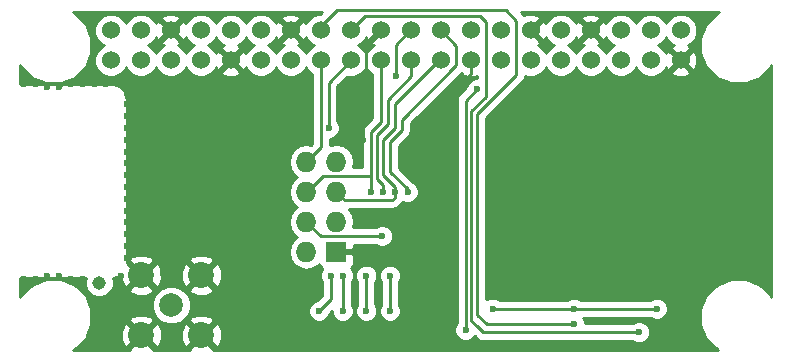
<source format=gbl>
G04 #@! TF.FileFunction,Copper,L2,Bot,Signal*
%FSLAX46Y46*%
G04 Gerber Fmt 4.6, Leading zero omitted, Abs format (unit mm)*
G04 Created by KiCad (PCBNEW 4.0.6) date 08/30/17 10:54:11*
%MOMM*%
%LPD*%
G01*
G04 APERTURE LIST*
%ADD10C,0.100000*%
%ADD11C,1.524000*%
%ADD12O,1.727200X1.727200*%
%ADD13R,1.727200X1.727200*%
%ADD14C,2.200000*%
%ADD15C,2.000000*%
%ADD16C,1.143000*%
%ADD17C,0.600000*%
%ADD18C,0.250000*%
%ADD19C,0.254000*%
G04 APERTURE END LIST*
D10*
D11*
X124371100Y-106273600D03*
X124371100Y-103733600D03*
X126911100Y-106273600D03*
X126911100Y-103733600D03*
X129451100Y-106273600D03*
X129451100Y-103733600D03*
X131991100Y-106273600D03*
X131991100Y-103733600D03*
X134531100Y-106273600D03*
X134531100Y-103733600D03*
X137071100Y-106273600D03*
X137071100Y-103733600D03*
X139611100Y-106273600D03*
X139611100Y-103733600D03*
X142151100Y-106273600D03*
X142151100Y-103733600D03*
X144691100Y-106273600D03*
X144691100Y-103733600D03*
X147231100Y-106273600D03*
X147231100Y-103733600D03*
X149771100Y-106273600D03*
X149771100Y-103733600D03*
X152311100Y-106273600D03*
X152311100Y-103733600D03*
X154851100Y-106273600D03*
X154851100Y-103733600D03*
X157391100Y-106273600D03*
X157391100Y-103733600D03*
X159931100Y-106273600D03*
X159931100Y-103733600D03*
X162471100Y-106273600D03*
X162471100Y-103733600D03*
X165011100Y-106273600D03*
X165011100Y-103733600D03*
X167551100Y-106273600D03*
X167551100Y-103733600D03*
X170091100Y-106273600D03*
X170091100Y-103733600D03*
X172631100Y-106273600D03*
X172631100Y-103733600D03*
D12*
X143476000Y-114856000D03*
X140936000Y-114856000D03*
X143476000Y-117396000D03*
X140936000Y-117396000D03*
X143476000Y-119936000D03*
X140936000Y-119936000D03*
D13*
X143476000Y-122476000D03*
D12*
X140936000Y-122476000D03*
D14*
X126960000Y-129540000D03*
X126960000Y-124460000D03*
X132040000Y-124460000D03*
X132040000Y-129540000D03*
D15*
X129500000Y-127000000D03*
D16*
X123400000Y-125100000D03*
D17*
X120000000Y-124500000D03*
X119000000Y-124500000D03*
X125250000Y-124500000D03*
X120000000Y-108500000D03*
X119000000Y-108500000D03*
X134500000Y-124750000D03*
X135750000Y-124750000D03*
X137000000Y-124750000D03*
X138250000Y-125250000D03*
X139000000Y-126250000D03*
X130250000Y-124250000D03*
X129500000Y-124250000D03*
X128750000Y-124250000D03*
X122000000Y-124750000D03*
X121000000Y-124750000D03*
X117000000Y-124750000D03*
X118000000Y-124750000D03*
X125750000Y-123000000D03*
X125750000Y-122000000D03*
X125750000Y-121000000D03*
X125750000Y-120000000D03*
X125750000Y-119000000D03*
X125750000Y-118000000D03*
X125750000Y-117000000D03*
X125750000Y-116000000D03*
X125750000Y-115000000D03*
X125750000Y-114000000D03*
X125750000Y-113000000D03*
X125750000Y-112000000D03*
X125750000Y-111000000D03*
X125750000Y-110000000D03*
X125750000Y-109000000D03*
X125000000Y-108250000D03*
X124000000Y-108250000D03*
X123000000Y-108250000D03*
X122000000Y-108250000D03*
X121000000Y-108250000D03*
X118000000Y-108250000D03*
X117000000Y-108250000D03*
X134620000Y-127635000D03*
X134620000Y-128905000D03*
X134620000Y-130175000D03*
X155400000Y-108700000D03*
X154400000Y-129100000D03*
X163600000Y-128600000D03*
X169100000Y-129300000D03*
X145700000Y-113000000D03*
X142800000Y-112000000D03*
X170600000Y-127300000D03*
X163600000Y-127300000D03*
X156700000Y-127300000D03*
X146000000Y-127500000D03*
X146000000Y-124500000D03*
X146400000Y-117400000D03*
X144000000Y-127500000D03*
X147400000Y-117400000D03*
X144000000Y-124500000D03*
X148500000Y-107600000D03*
X142000000Y-127500000D03*
X143000000Y-124500000D03*
X148400000Y-117400000D03*
X148000000Y-127500000D03*
X149500000Y-117400000D03*
X148000000Y-124500000D03*
X147350000Y-121150000D03*
D18*
X120000000Y-124500000D02*
X120000000Y-124750000D01*
X120000000Y-108500000D02*
X120250000Y-108250000D01*
X119000000Y-108500000D02*
X118750000Y-108250000D01*
X154400000Y-109700000D02*
X155400000Y-108700000D01*
X154400000Y-129100000D02*
X154400000Y-109700000D01*
X156200000Y-128600000D02*
X155400000Y-127800000D01*
X158700000Y-107500000D02*
X158700000Y-105000000D01*
X155400000Y-110800000D02*
X158700000Y-107500000D01*
X155400000Y-127800000D02*
X155400000Y-110800000D01*
X142151100Y-103733600D02*
X142151100Y-103348900D01*
X142151100Y-103348900D02*
X143500000Y-102000000D01*
X158700000Y-102900000D02*
X158700000Y-105000000D01*
X157800000Y-102000000D02*
X158700000Y-102900000D01*
X143500000Y-102000000D02*
X157800000Y-102000000D01*
X156200000Y-128600000D02*
X163600000Y-128600000D01*
X155400000Y-128800000D02*
X154900000Y-128300000D01*
X156100000Y-109400000D02*
X156100000Y-106900000D01*
X154900000Y-110600000D02*
X156100000Y-109400000D01*
X154900000Y-128300000D02*
X154900000Y-110600000D01*
X156100000Y-106500000D02*
X156100000Y-106300000D01*
X156100000Y-106900000D02*
X156100000Y-106500000D01*
X155400000Y-128800000D02*
X155900000Y-129300000D01*
X157200000Y-129300000D02*
X155900000Y-129300000D01*
X157200000Y-129300000D02*
X169100000Y-129300000D01*
X144691100Y-103733600D02*
X144691100Y-103708900D01*
X144691100Y-103708900D02*
X145900000Y-102500000D01*
X156100000Y-103000000D02*
X156100000Y-106300000D01*
X155600000Y-102500000D02*
X156100000Y-103000000D01*
X145900000Y-102500000D02*
X155600000Y-102500000D01*
X147231100Y-103733600D02*
X147231100Y-103868900D01*
X147231100Y-103868900D02*
X146000000Y-105100000D01*
X146000000Y-105100000D02*
X146000000Y-111300000D01*
X146000000Y-111300000D02*
X145700000Y-111600000D01*
X145700000Y-111600000D02*
X145700000Y-113000000D01*
X153700000Y-112900000D02*
X153700000Y-113900000D01*
X153700000Y-113900000D02*
X153100000Y-114500000D01*
X153700000Y-112400000D02*
X153700000Y-112900000D01*
X154851100Y-107448900D02*
X153700000Y-108600000D01*
X153700000Y-108600000D02*
X153700000Y-112400000D01*
X154851100Y-107448900D02*
X154851100Y-106273600D01*
X142151100Y-106273600D02*
X142151100Y-113640900D01*
X142151100Y-113640900D02*
X140936000Y-114856000D01*
X142800000Y-112000000D02*
X142800000Y-108164700D01*
X142800000Y-108164700D02*
X144691100Y-106273600D01*
X163600000Y-127300000D02*
X170600000Y-127300000D01*
X156700000Y-127300000D02*
X163600000Y-127300000D01*
X146000000Y-124500000D02*
X146000000Y-127500000D01*
X147231100Y-106273600D02*
X147231100Y-111468900D01*
X146400000Y-112300000D02*
X146400000Y-114000000D01*
X147231100Y-111468900D02*
X146400000Y-112300000D01*
X140936000Y-117396000D02*
X141004000Y-117396000D01*
X141004000Y-117396000D02*
X142300000Y-116100000D01*
X142300000Y-116100000D02*
X146400000Y-116100000D01*
X146400000Y-117400000D02*
X146400000Y-116100000D01*
X146400000Y-116100000D02*
X146400000Y-114000000D01*
X144000000Y-124500000D02*
X144000000Y-127500000D01*
X149771100Y-106273600D02*
X149771100Y-107628900D01*
X146900000Y-112600000D02*
X146900000Y-114000000D01*
X147800000Y-111700000D02*
X146900000Y-112600000D01*
X147800000Y-109600000D02*
X147800000Y-111700000D01*
X149771100Y-107628900D02*
X147800000Y-109600000D01*
X147400000Y-116849998D02*
X146900000Y-116349998D01*
X146900000Y-116349998D02*
X146900000Y-114000000D01*
X147400000Y-117400000D02*
X147400000Y-116849998D01*
X149771100Y-103733600D02*
X149716400Y-103733600D01*
X149716400Y-103733600D02*
X148500000Y-104950000D01*
X148500000Y-104950000D02*
X148500000Y-107600000D01*
X143000000Y-126300000D02*
X143000000Y-126500000D01*
X143000000Y-126500000D02*
X142000000Y-127500000D01*
X152311100Y-106273600D02*
X152126400Y-106273600D01*
X152126400Y-106273600D02*
X148400000Y-110000000D01*
X147400000Y-113000000D02*
X147400000Y-114700000D01*
X148400000Y-112000000D02*
X147400000Y-113000000D01*
X148400000Y-110000000D02*
X148400000Y-112000000D01*
X148400000Y-117400000D02*
X148400000Y-117900000D01*
X144180000Y-118100000D02*
X143476000Y-117396000D01*
X148200000Y-118100000D02*
X144180000Y-118100000D01*
X148400000Y-117900000D02*
X148200000Y-118100000D01*
X148400000Y-117400000D02*
X148400000Y-117000000D01*
X147400000Y-116000000D02*
X147400000Y-114700000D01*
X148400000Y-117000000D02*
X147400000Y-116000000D01*
X143000000Y-126300000D02*
X143000000Y-125600000D01*
X143000000Y-124500000D02*
X143000000Y-125600000D01*
X153600000Y-106300000D02*
X153600000Y-106700000D01*
X148000000Y-113200000D02*
X148000000Y-114800000D01*
X149000000Y-112200000D02*
X148000000Y-113200000D01*
X149000000Y-111300000D02*
X149000000Y-112200000D01*
X153600000Y-106700000D02*
X149000000Y-111300000D01*
X148000000Y-124500000D02*
X148000000Y-127500000D01*
X149500000Y-117400000D02*
X149500000Y-117200000D01*
X149500000Y-117200000D02*
X148000000Y-115700000D01*
X148000000Y-115700000D02*
X148000000Y-114800000D01*
X153600000Y-105022500D02*
X152311100Y-103733600D01*
X153600000Y-106300000D02*
X153600000Y-105022500D01*
X140936000Y-119936000D02*
X142150000Y-121150000D01*
X144500000Y-121150000D02*
X147350000Y-121150000D01*
X142150000Y-121150000D02*
X144500000Y-121150000D01*
D19*
G36*
X142088653Y-102336545D02*
X141874439Y-102336358D01*
X141360797Y-102548590D01*
X140967471Y-102941230D01*
X140887705Y-103133327D01*
X140833497Y-103002457D01*
X140591313Y-102932992D01*
X139790705Y-103733600D01*
X140591313Y-104534208D01*
X140833497Y-104464743D01*
X140883609Y-104324282D01*
X140966090Y-104523903D01*
X141358730Y-104917229D01*
X141566612Y-105003549D01*
X141360797Y-105088590D01*
X140967471Y-105481230D01*
X140881151Y-105689112D01*
X140796110Y-105483297D01*
X140403470Y-105089971D01*
X140211373Y-105010205D01*
X140342243Y-104955997D01*
X140411708Y-104713813D01*
X139611100Y-103913205D01*
X138810492Y-104713813D01*
X138879957Y-104955997D01*
X139020418Y-105006109D01*
X138820797Y-105088590D01*
X138427471Y-105481230D01*
X138341151Y-105689112D01*
X138256110Y-105483297D01*
X137863470Y-105089971D01*
X137655588Y-105003651D01*
X137861403Y-104918610D01*
X138254729Y-104525970D01*
X138334495Y-104333873D01*
X138388703Y-104464743D01*
X138630887Y-104534208D01*
X139431495Y-103733600D01*
X138630887Y-102932992D01*
X138388703Y-103002457D01*
X138338591Y-103142918D01*
X138256110Y-102943297D01*
X138066532Y-102753387D01*
X138810492Y-102753387D01*
X139611100Y-103553995D01*
X140411708Y-102753387D01*
X140342243Y-102511203D01*
X139818798Y-102324456D01*
X139263732Y-102352238D01*
X138879957Y-102511203D01*
X138810492Y-102753387D01*
X138066532Y-102753387D01*
X137863470Y-102549971D01*
X137350200Y-102336843D01*
X136794439Y-102336358D01*
X136280797Y-102548590D01*
X135887471Y-102941230D01*
X135801151Y-103149112D01*
X135716110Y-102943297D01*
X135323470Y-102549971D01*
X134810200Y-102336843D01*
X134254439Y-102336358D01*
X133740797Y-102548590D01*
X133347471Y-102941230D01*
X133261151Y-103149112D01*
X133176110Y-102943297D01*
X132783470Y-102549971D01*
X132270200Y-102336843D01*
X131714439Y-102336358D01*
X131200797Y-102548590D01*
X130807471Y-102941230D01*
X130727705Y-103133327D01*
X130673497Y-103002457D01*
X130431313Y-102932992D01*
X129630705Y-103733600D01*
X130431313Y-104534208D01*
X130673497Y-104464743D01*
X130723609Y-104324282D01*
X130806090Y-104523903D01*
X131198730Y-104917229D01*
X131406612Y-105003549D01*
X131200797Y-105088590D01*
X130807471Y-105481230D01*
X130721151Y-105689112D01*
X130636110Y-105483297D01*
X130243470Y-105089971D01*
X130051373Y-105010205D01*
X130182243Y-104955997D01*
X130251708Y-104713813D01*
X129451100Y-103913205D01*
X128650492Y-104713813D01*
X128719957Y-104955997D01*
X128860418Y-105006109D01*
X128660797Y-105088590D01*
X128267471Y-105481230D01*
X128181151Y-105689112D01*
X128096110Y-105483297D01*
X127703470Y-105089971D01*
X127495588Y-105003651D01*
X127701403Y-104918610D01*
X128094729Y-104525970D01*
X128174495Y-104333873D01*
X128228703Y-104464743D01*
X128470887Y-104534208D01*
X129271495Y-103733600D01*
X128470887Y-102932992D01*
X128228703Y-103002457D01*
X128178591Y-103142918D01*
X128096110Y-102943297D01*
X127906532Y-102753387D01*
X128650492Y-102753387D01*
X129451100Y-103553995D01*
X130251708Y-102753387D01*
X130182243Y-102511203D01*
X129658798Y-102324456D01*
X129103732Y-102352238D01*
X128719957Y-102511203D01*
X128650492Y-102753387D01*
X127906532Y-102753387D01*
X127703470Y-102549971D01*
X127190200Y-102336843D01*
X126634439Y-102336358D01*
X126120797Y-102548590D01*
X125727471Y-102941230D01*
X125641151Y-103149112D01*
X125556110Y-102943297D01*
X125163470Y-102549971D01*
X124650200Y-102336843D01*
X124094439Y-102336358D01*
X123580797Y-102548590D01*
X123187471Y-102941230D01*
X122974343Y-103454500D01*
X122973858Y-104010261D01*
X123186090Y-104523903D01*
X123578730Y-104917229D01*
X123786612Y-105003549D01*
X123580797Y-105088590D01*
X123187471Y-105481230D01*
X122974343Y-105994500D01*
X122973858Y-106550261D01*
X123186090Y-107063903D01*
X123578730Y-107457229D01*
X124092000Y-107670357D01*
X124647761Y-107670842D01*
X125161403Y-107458610D01*
X125554729Y-107065970D01*
X125641049Y-106858088D01*
X125726090Y-107063903D01*
X126118730Y-107457229D01*
X126632000Y-107670357D01*
X127187761Y-107670842D01*
X127701403Y-107458610D01*
X128094729Y-107065970D01*
X128181049Y-106858088D01*
X128266090Y-107063903D01*
X128658730Y-107457229D01*
X129172000Y-107670357D01*
X129727761Y-107670842D01*
X130241403Y-107458610D01*
X130634729Y-107065970D01*
X130721049Y-106858088D01*
X130806090Y-107063903D01*
X131198730Y-107457229D01*
X131712000Y-107670357D01*
X132267761Y-107670842D01*
X132781403Y-107458610D01*
X132986557Y-107253813D01*
X133730492Y-107253813D01*
X133799957Y-107495997D01*
X134323402Y-107682744D01*
X134878468Y-107654962D01*
X135262243Y-107495997D01*
X135331708Y-107253813D01*
X134531100Y-106453205D01*
X133730492Y-107253813D01*
X132986557Y-107253813D01*
X133174729Y-107065970D01*
X133254495Y-106873873D01*
X133308703Y-107004743D01*
X133550887Y-107074208D01*
X134351495Y-106273600D01*
X133550887Y-105472992D01*
X133308703Y-105542457D01*
X133258591Y-105682918D01*
X133176110Y-105483297D01*
X132783470Y-105089971D01*
X132575588Y-105003651D01*
X132781403Y-104918610D01*
X133174729Y-104525970D01*
X133261049Y-104318088D01*
X133346090Y-104523903D01*
X133738730Y-104917229D01*
X133930827Y-104996995D01*
X133799957Y-105051203D01*
X133730492Y-105293387D01*
X134531100Y-106093995D01*
X135331708Y-105293387D01*
X135262243Y-105051203D01*
X135121782Y-105001091D01*
X135321403Y-104918610D01*
X135714729Y-104525970D01*
X135801049Y-104318088D01*
X135886090Y-104523903D01*
X136278730Y-104917229D01*
X136486612Y-105003549D01*
X136280797Y-105088590D01*
X135887471Y-105481230D01*
X135807705Y-105673327D01*
X135753497Y-105542457D01*
X135511313Y-105472992D01*
X134710705Y-106273600D01*
X135511313Y-107074208D01*
X135753497Y-107004743D01*
X135803609Y-106864282D01*
X135886090Y-107063903D01*
X136278730Y-107457229D01*
X136792000Y-107670357D01*
X137347761Y-107670842D01*
X137861403Y-107458610D01*
X138254729Y-107065970D01*
X138341049Y-106858088D01*
X138426090Y-107063903D01*
X138818730Y-107457229D01*
X139332000Y-107670357D01*
X139887761Y-107670842D01*
X140401403Y-107458610D01*
X140794729Y-107065970D01*
X140881049Y-106858088D01*
X140966090Y-107063903D01*
X141358730Y-107457229D01*
X141391100Y-107470670D01*
X141391100Y-113326098D01*
X141313973Y-113403225D01*
X140936000Y-113328041D01*
X140362511Y-113442115D01*
X139876330Y-113766971D01*
X139551474Y-114253152D01*
X139437400Y-114826641D01*
X139437400Y-114885359D01*
X139551474Y-115458848D01*
X139876330Y-115945029D01*
X140147172Y-116126000D01*
X139876330Y-116306971D01*
X139551474Y-116793152D01*
X139437400Y-117366641D01*
X139437400Y-117425359D01*
X139551474Y-117998848D01*
X139876330Y-118485029D01*
X140147172Y-118666000D01*
X139876330Y-118846971D01*
X139551474Y-119333152D01*
X139437400Y-119906641D01*
X139437400Y-119965359D01*
X139551474Y-120538848D01*
X139876330Y-121025029D01*
X140147172Y-121206000D01*
X139876330Y-121386971D01*
X139551474Y-121873152D01*
X139437400Y-122446641D01*
X139437400Y-122505359D01*
X139551474Y-123078848D01*
X139876330Y-123565029D01*
X140362511Y-123889885D01*
X140936000Y-124003959D01*
X141509489Y-123889885D01*
X141995670Y-123565029D01*
X142009737Y-123543977D01*
X142074073Y-123699298D01*
X142252701Y-123877927D01*
X142285927Y-123891690D01*
X142207808Y-123969673D01*
X142065162Y-124313201D01*
X142064838Y-124685167D01*
X142206883Y-125028943D01*
X142240000Y-125062118D01*
X142240000Y-126185198D01*
X141860320Y-126564878D01*
X141814833Y-126564838D01*
X141471057Y-126706883D01*
X141207808Y-126969673D01*
X141065162Y-127313201D01*
X141064838Y-127685167D01*
X141206883Y-128028943D01*
X141469673Y-128292192D01*
X141813201Y-128434838D01*
X142185167Y-128435162D01*
X142528943Y-128293117D01*
X142792192Y-128030327D01*
X142934838Y-127686799D01*
X142934879Y-127639923D01*
X143064991Y-127509811D01*
X143064838Y-127685167D01*
X143206883Y-128028943D01*
X143469673Y-128292192D01*
X143813201Y-128434838D01*
X144185167Y-128435162D01*
X144528943Y-128293117D01*
X144792192Y-128030327D01*
X144934838Y-127686799D01*
X144935162Y-127314833D01*
X144793117Y-126971057D01*
X144760000Y-126937882D01*
X144760000Y-125062463D01*
X144792192Y-125030327D01*
X144934838Y-124686799D01*
X144934839Y-124685167D01*
X145064838Y-124685167D01*
X145206883Y-125028943D01*
X145240000Y-125062118D01*
X145240000Y-126937537D01*
X145207808Y-126969673D01*
X145065162Y-127313201D01*
X145064838Y-127685167D01*
X145206883Y-128028943D01*
X145469673Y-128292192D01*
X145813201Y-128434838D01*
X146185167Y-128435162D01*
X146528943Y-128293117D01*
X146792192Y-128030327D01*
X146934838Y-127686799D01*
X146935162Y-127314833D01*
X146793117Y-126971057D01*
X146760000Y-126937882D01*
X146760000Y-125062463D01*
X146792192Y-125030327D01*
X146934838Y-124686799D01*
X146934839Y-124685167D01*
X147064838Y-124685167D01*
X147206883Y-125028943D01*
X147240000Y-125062118D01*
X147240000Y-126937537D01*
X147207808Y-126969673D01*
X147065162Y-127313201D01*
X147064838Y-127685167D01*
X147206883Y-128028943D01*
X147469673Y-128292192D01*
X147813201Y-128434838D01*
X148185167Y-128435162D01*
X148528943Y-128293117D01*
X148792192Y-128030327D01*
X148934838Y-127686799D01*
X148935162Y-127314833D01*
X148793117Y-126971057D01*
X148760000Y-126937882D01*
X148760000Y-125062463D01*
X148792192Y-125030327D01*
X148934838Y-124686799D01*
X148935162Y-124314833D01*
X148793117Y-123971057D01*
X148530327Y-123707808D01*
X148186799Y-123565162D01*
X147814833Y-123564838D01*
X147471057Y-123706883D01*
X147207808Y-123969673D01*
X147065162Y-124313201D01*
X147064838Y-124685167D01*
X146934839Y-124685167D01*
X146935162Y-124314833D01*
X146793117Y-123971057D01*
X146530327Y-123707808D01*
X146186799Y-123565162D01*
X145814833Y-123564838D01*
X145471057Y-123706883D01*
X145207808Y-123969673D01*
X145065162Y-124313201D01*
X145064838Y-124685167D01*
X144934839Y-124685167D01*
X144935162Y-124314833D01*
X144793117Y-123971057D01*
X144699725Y-123877501D01*
X144877927Y-123699298D01*
X144974600Y-123465909D01*
X144974600Y-122761750D01*
X144815850Y-122603000D01*
X143603000Y-122603000D01*
X143603000Y-122623000D01*
X143349000Y-122623000D01*
X143349000Y-122603000D01*
X143329000Y-122603000D01*
X143329000Y-122349000D01*
X143349000Y-122349000D01*
X143349000Y-122329000D01*
X143603000Y-122329000D01*
X143603000Y-122349000D01*
X144815850Y-122349000D01*
X144974600Y-122190250D01*
X144974600Y-121910000D01*
X146787537Y-121910000D01*
X146819673Y-121942192D01*
X147163201Y-122084838D01*
X147535167Y-122085162D01*
X147878943Y-121943117D01*
X148142192Y-121680327D01*
X148284838Y-121336799D01*
X148285162Y-120964833D01*
X148143117Y-120621057D01*
X147880327Y-120357808D01*
X147536799Y-120215162D01*
X147164833Y-120214838D01*
X146821057Y-120356883D01*
X146787882Y-120390000D01*
X144890134Y-120390000D01*
X144974600Y-119965359D01*
X144974600Y-119906641D01*
X144860526Y-119333152D01*
X144544376Y-118860000D01*
X148200000Y-118860000D01*
X148490839Y-118802148D01*
X148737401Y-118637401D01*
X148937401Y-118437401D01*
X149072668Y-118234959D01*
X149313201Y-118334838D01*
X149685167Y-118335162D01*
X150028943Y-118193117D01*
X150292192Y-117930327D01*
X150434838Y-117586799D01*
X150435162Y-117214833D01*
X150293117Y-116871057D01*
X150030327Y-116607808D01*
X149948726Y-116573924D01*
X148760000Y-115385198D01*
X148760000Y-113514802D01*
X149537401Y-112737401D01*
X149702148Y-112490839D01*
X149760000Y-112200000D01*
X149760000Y-111614802D01*
X154066205Y-107308597D01*
X154119957Y-107495997D01*
X154643402Y-107682744D01*
X155198468Y-107654962D01*
X155340000Y-107596337D01*
X155340000Y-107764947D01*
X155214833Y-107764838D01*
X154871057Y-107906883D01*
X154607808Y-108169673D01*
X154465162Y-108513201D01*
X154465121Y-108560077D01*
X153862599Y-109162599D01*
X153697852Y-109409161D01*
X153640000Y-109700000D01*
X153640000Y-128537537D01*
X153607808Y-128569673D01*
X153465162Y-128913201D01*
X153464838Y-129285167D01*
X153606883Y-129628943D01*
X153869673Y-129892192D01*
X154213201Y-130034838D01*
X154585167Y-130035162D01*
X154928943Y-129893117D01*
X155173843Y-129648645D01*
X155362599Y-129837401D01*
X155609161Y-130002148D01*
X155900000Y-130060000D01*
X168537537Y-130060000D01*
X168569673Y-130092192D01*
X168913201Y-130234838D01*
X169285167Y-130235162D01*
X169628943Y-130093117D01*
X169892192Y-129830327D01*
X170034838Y-129486799D01*
X170035162Y-129114833D01*
X169893117Y-128771057D01*
X169630327Y-128507808D01*
X169286799Y-128365162D01*
X168914833Y-128364838D01*
X168571057Y-128506883D01*
X168537882Y-128540000D01*
X164535053Y-128540000D01*
X164535162Y-128414833D01*
X164393117Y-128071057D01*
X164382079Y-128060000D01*
X170037537Y-128060000D01*
X170069673Y-128092192D01*
X170413201Y-128234838D01*
X170785167Y-128235162D01*
X171128943Y-128093117D01*
X171392192Y-127830327D01*
X171534838Y-127486799D01*
X171535162Y-127114833D01*
X171393117Y-126771057D01*
X171130327Y-126507808D01*
X170786799Y-126365162D01*
X170414833Y-126364838D01*
X170071057Y-126506883D01*
X170037882Y-126540000D01*
X164162463Y-126540000D01*
X164130327Y-126507808D01*
X163786799Y-126365162D01*
X163414833Y-126364838D01*
X163071057Y-126506883D01*
X163037882Y-126540000D01*
X157262463Y-126540000D01*
X157230327Y-126507808D01*
X156886799Y-126365162D01*
X156514833Y-126364838D01*
X156171057Y-126506883D01*
X156160000Y-126517921D01*
X156160000Y-111114802D01*
X159237401Y-108037401D01*
X159402148Y-107790839D01*
X159443347Y-107583717D01*
X159652000Y-107670357D01*
X160207761Y-107670842D01*
X160721403Y-107458610D01*
X161114729Y-107065970D01*
X161201049Y-106858088D01*
X161286090Y-107063903D01*
X161678730Y-107457229D01*
X162192000Y-107670357D01*
X162747761Y-107670842D01*
X163261403Y-107458610D01*
X163654729Y-107065970D01*
X163741049Y-106858088D01*
X163826090Y-107063903D01*
X164218730Y-107457229D01*
X164732000Y-107670357D01*
X165287761Y-107670842D01*
X165801403Y-107458610D01*
X166194729Y-107065970D01*
X166281049Y-106858088D01*
X166366090Y-107063903D01*
X166758730Y-107457229D01*
X167272000Y-107670357D01*
X167827761Y-107670842D01*
X168341403Y-107458610D01*
X168734729Y-107065970D01*
X168821049Y-106858088D01*
X168906090Y-107063903D01*
X169298730Y-107457229D01*
X169812000Y-107670357D01*
X170367761Y-107670842D01*
X170881403Y-107458610D01*
X171086557Y-107253813D01*
X171830492Y-107253813D01*
X171899957Y-107495997D01*
X172423402Y-107682744D01*
X172978468Y-107654962D01*
X173362243Y-107495997D01*
X173431708Y-107253813D01*
X172631100Y-106453205D01*
X171830492Y-107253813D01*
X171086557Y-107253813D01*
X171274729Y-107065970D01*
X171354495Y-106873873D01*
X171408703Y-107004743D01*
X171650887Y-107074208D01*
X172451495Y-106273600D01*
X172810705Y-106273600D01*
X173611313Y-107074208D01*
X173853497Y-107004743D01*
X174040244Y-106481298D01*
X174012462Y-105926232D01*
X173853497Y-105542457D01*
X173611313Y-105472992D01*
X172810705Y-106273600D01*
X172451495Y-106273600D01*
X171650887Y-105472992D01*
X171408703Y-105542457D01*
X171358591Y-105682918D01*
X171276110Y-105483297D01*
X170883470Y-105089971D01*
X170675588Y-105003651D01*
X170881403Y-104918610D01*
X171274729Y-104525970D01*
X171361049Y-104318088D01*
X171446090Y-104523903D01*
X171838730Y-104917229D01*
X172030827Y-104996995D01*
X171899957Y-105051203D01*
X171830492Y-105293387D01*
X172631100Y-106093995D01*
X173431708Y-105293387D01*
X173362243Y-105051203D01*
X173221782Y-105001091D01*
X173421403Y-104918610D01*
X173814729Y-104525970D01*
X174027857Y-104012700D01*
X174028342Y-103456939D01*
X173816110Y-102943297D01*
X173423470Y-102549971D01*
X172910200Y-102336843D01*
X172354439Y-102336358D01*
X171840797Y-102548590D01*
X171447471Y-102941230D01*
X171361151Y-103149112D01*
X171276110Y-102943297D01*
X170883470Y-102549971D01*
X170370200Y-102336843D01*
X169814439Y-102336358D01*
X169300797Y-102548590D01*
X168907471Y-102941230D01*
X168821151Y-103149112D01*
X168736110Y-102943297D01*
X168343470Y-102549971D01*
X167830200Y-102336843D01*
X167274439Y-102336358D01*
X166760797Y-102548590D01*
X166367471Y-102941230D01*
X166287705Y-103133327D01*
X166233497Y-103002457D01*
X165991313Y-102932992D01*
X165190705Y-103733600D01*
X165991313Y-104534208D01*
X166233497Y-104464743D01*
X166283609Y-104324282D01*
X166366090Y-104523903D01*
X166758730Y-104917229D01*
X166966612Y-105003549D01*
X166760797Y-105088590D01*
X166367471Y-105481230D01*
X166281151Y-105689112D01*
X166196110Y-105483297D01*
X165803470Y-105089971D01*
X165611373Y-105010205D01*
X165742243Y-104955997D01*
X165811708Y-104713813D01*
X165011100Y-103913205D01*
X164210492Y-104713813D01*
X164279957Y-104955997D01*
X164420418Y-105006109D01*
X164220797Y-105088590D01*
X163827471Y-105481230D01*
X163741151Y-105689112D01*
X163656110Y-105483297D01*
X163263470Y-105089971D01*
X163055588Y-105003651D01*
X163261403Y-104918610D01*
X163654729Y-104525970D01*
X163734495Y-104333873D01*
X163788703Y-104464743D01*
X164030887Y-104534208D01*
X164831495Y-103733600D01*
X164030887Y-102932992D01*
X163788703Y-103002457D01*
X163738591Y-103142918D01*
X163656110Y-102943297D01*
X163466532Y-102753387D01*
X164210492Y-102753387D01*
X165011100Y-103553995D01*
X165811708Y-102753387D01*
X165742243Y-102511203D01*
X165218798Y-102324456D01*
X164663732Y-102352238D01*
X164279957Y-102511203D01*
X164210492Y-102753387D01*
X163466532Y-102753387D01*
X163263470Y-102549971D01*
X162750200Y-102336843D01*
X162194439Y-102336358D01*
X161680797Y-102548590D01*
X161287471Y-102941230D01*
X161207705Y-103133327D01*
X161153497Y-103002457D01*
X160911313Y-102932992D01*
X160110705Y-103733600D01*
X160911313Y-104534208D01*
X161153497Y-104464743D01*
X161203609Y-104324282D01*
X161286090Y-104523903D01*
X161678730Y-104917229D01*
X161886612Y-105003549D01*
X161680797Y-105088590D01*
X161287471Y-105481230D01*
X161201151Y-105689112D01*
X161116110Y-105483297D01*
X160723470Y-105089971D01*
X160531373Y-105010205D01*
X160662243Y-104955997D01*
X160731708Y-104713813D01*
X159931100Y-103913205D01*
X159916958Y-103927348D01*
X159737353Y-103747743D01*
X159751495Y-103733600D01*
X159737353Y-103719458D01*
X159916958Y-103539853D01*
X159931100Y-103553995D01*
X160731708Y-102753387D01*
X160662243Y-102511203D01*
X160138798Y-102324456D01*
X159583732Y-102352238D01*
X159307054Y-102466842D01*
X159237401Y-102362599D01*
X159084802Y-102210000D01*
X175824857Y-102210000D01*
X175678368Y-102270528D01*
X174771214Y-103176100D01*
X174279660Y-104359893D01*
X174278542Y-105641684D01*
X174768028Y-106826332D01*
X175673600Y-107733486D01*
X176857393Y-108225040D01*
X178139184Y-108226158D01*
X179323832Y-107736672D01*
X180230986Y-106831100D01*
X180290000Y-106688979D01*
X180290000Y-126315982D01*
X180234172Y-126180868D01*
X179328600Y-125273714D01*
X178144807Y-124782160D01*
X176863016Y-124781042D01*
X175678368Y-125270528D01*
X174771214Y-126176100D01*
X174279660Y-127359893D01*
X174278542Y-128641684D01*
X174768028Y-129826332D01*
X175673600Y-130733486D01*
X175809701Y-130790000D01*
X133075209Y-130790000D01*
X133085263Y-130764868D01*
X132040000Y-129719605D01*
X130994737Y-130764868D01*
X131004791Y-130790000D01*
X127995209Y-130790000D01*
X128005263Y-130764868D01*
X126960000Y-129719605D01*
X125914737Y-130764868D01*
X125924791Y-130790000D01*
X121194768Y-130790000D01*
X121323832Y-130736672D01*
X122230986Y-129831100D01*
X122471618Y-129251593D01*
X125214677Y-129251593D01*
X125237164Y-129941453D01*
X125457901Y-130474359D01*
X125735132Y-130585263D01*
X126780395Y-129540000D01*
X127139605Y-129540000D01*
X128184868Y-130585263D01*
X128462099Y-130474359D01*
X128705323Y-129828407D01*
X128686521Y-129251593D01*
X130294677Y-129251593D01*
X130317164Y-129941453D01*
X130537901Y-130474359D01*
X130815132Y-130585263D01*
X131860395Y-129540000D01*
X132219605Y-129540000D01*
X133264868Y-130585263D01*
X133542099Y-130474359D01*
X133785323Y-129828407D01*
X133762836Y-129138547D01*
X133542099Y-128605641D01*
X133264868Y-128494737D01*
X132219605Y-129540000D01*
X131860395Y-129540000D01*
X130815132Y-128494737D01*
X130537901Y-128605641D01*
X130294677Y-129251593D01*
X128686521Y-129251593D01*
X128682836Y-129138547D01*
X128462099Y-128605641D01*
X128184868Y-128494737D01*
X127139605Y-129540000D01*
X126780395Y-129540000D01*
X125735132Y-128494737D01*
X125457901Y-128605641D01*
X125214677Y-129251593D01*
X122471618Y-129251593D01*
X122722540Y-128647307D01*
X122722829Y-128315132D01*
X125914737Y-128315132D01*
X126960000Y-129360395D01*
X128005263Y-128315132D01*
X127894359Y-128037901D01*
X127248407Y-127794677D01*
X126558547Y-127817164D01*
X126025641Y-128037901D01*
X125914737Y-128315132D01*
X122722829Y-128315132D01*
X122723658Y-127365516D01*
X122706420Y-127323795D01*
X127864716Y-127323795D01*
X128113106Y-127924943D01*
X128572637Y-128385278D01*
X129173352Y-128634716D01*
X129823795Y-128635284D01*
X130424943Y-128386894D01*
X130496830Y-128315132D01*
X130994737Y-128315132D01*
X132040000Y-129360395D01*
X133085263Y-128315132D01*
X132974359Y-128037901D01*
X132328407Y-127794677D01*
X131638547Y-127817164D01*
X131105641Y-128037901D01*
X130994737Y-128315132D01*
X130496830Y-128315132D01*
X130885278Y-127927363D01*
X131134716Y-127326648D01*
X131135284Y-126676205D01*
X130886894Y-126075057D01*
X130497387Y-125684868D01*
X130994737Y-125684868D01*
X131105641Y-125962099D01*
X131751593Y-126205323D01*
X132441453Y-126182836D01*
X132974359Y-125962099D01*
X133085263Y-125684868D01*
X132040000Y-124639605D01*
X130994737Y-125684868D01*
X130497387Y-125684868D01*
X130427363Y-125614722D01*
X129826648Y-125365284D01*
X129176205Y-125364716D01*
X128575057Y-125613106D01*
X128114722Y-126072637D01*
X127865284Y-126673352D01*
X127864716Y-127323795D01*
X122706420Y-127323795D01*
X122234172Y-126180868D01*
X121328600Y-125273714D01*
X120144807Y-124782160D01*
X118863016Y-124781042D01*
X117678368Y-125270528D01*
X116771214Y-126176100D01*
X116710000Y-126323520D01*
X116710000Y-124710000D01*
X122255563Y-124710000D01*
X122193710Y-124858959D01*
X122193291Y-125338935D01*
X122376582Y-125782535D01*
X122715680Y-126122225D01*
X123158959Y-126306290D01*
X123638935Y-126306709D01*
X124082535Y-126123418D01*
X124422225Y-125784320D01*
X124463520Y-125684868D01*
X125914737Y-125684868D01*
X126025641Y-125962099D01*
X126671593Y-126205323D01*
X127361453Y-126182836D01*
X127894359Y-125962099D01*
X128005263Y-125684868D01*
X126960000Y-124639605D01*
X125914737Y-125684868D01*
X124463520Y-125684868D01*
X124606290Y-125341041D01*
X124606709Y-124861065D01*
X124540927Y-124701859D01*
X124568584Y-124696358D01*
X124638513Y-124696358D01*
X124829856Y-124658298D01*
X125085796Y-124552284D01*
X125085797Y-124552283D01*
X125085800Y-124552282D01*
X125224074Y-124459889D01*
X125237164Y-124861453D01*
X125457901Y-125394359D01*
X125735132Y-125505263D01*
X126780395Y-124460000D01*
X127139605Y-124460000D01*
X128184868Y-125505263D01*
X128462099Y-125394359D01*
X128705323Y-124748407D01*
X128686521Y-124171593D01*
X130294677Y-124171593D01*
X130317164Y-124861453D01*
X130537901Y-125394359D01*
X130815132Y-125505263D01*
X131860395Y-124460000D01*
X132219605Y-124460000D01*
X133264868Y-125505263D01*
X133542099Y-125394359D01*
X133785323Y-124748407D01*
X133762836Y-124058547D01*
X133542099Y-123525641D01*
X133264868Y-123414737D01*
X132219605Y-124460000D01*
X131860395Y-124460000D01*
X130815132Y-123414737D01*
X130537901Y-123525641D01*
X130294677Y-124171593D01*
X128686521Y-124171593D01*
X128682836Y-124058547D01*
X128462099Y-123525641D01*
X128184868Y-123414737D01*
X127139605Y-124460000D01*
X126780395Y-124460000D01*
X125735132Y-123414737D01*
X125710000Y-123424791D01*
X125710000Y-123235132D01*
X125914737Y-123235132D01*
X126960000Y-124280395D01*
X128005263Y-123235132D01*
X130994737Y-123235132D01*
X132040000Y-124280395D01*
X133085263Y-123235132D01*
X132974359Y-122957901D01*
X132328407Y-122714677D01*
X131638547Y-122737164D01*
X131105641Y-122957901D01*
X130994737Y-123235132D01*
X128005263Y-123235132D01*
X127894359Y-122957901D01*
X127248407Y-122714677D01*
X126558547Y-122737164D01*
X126025641Y-122957901D01*
X125914737Y-123235132D01*
X125710000Y-123235132D01*
X125710000Y-109500000D01*
X125696358Y-109431416D01*
X125696358Y-109361487D01*
X125658298Y-109170145D01*
X125552284Y-108914204D01*
X125552283Y-108914203D01*
X125552282Y-108914200D01*
X125443895Y-108751989D01*
X125297450Y-108605546D01*
X125248010Y-108556105D01*
X125085800Y-108447718D01*
X125085797Y-108447717D01*
X125085796Y-108447716D01*
X124829856Y-108341702D01*
X124638513Y-108303642D01*
X124568584Y-108303642D01*
X124500000Y-108290000D01*
X116710000Y-108290000D01*
X116710000Y-106685893D01*
X116768028Y-106826332D01*
X117673600Y-107733486D01*
X118857393Y-108225040D01*
X120139184Y-108226158D01*
X121323832Y-107736672D01*
X122230986Y-106831100D01*
X122722540Y-105647307D01*
X122723658Y-104365516D01*
X122234172Y-103180868D01*
X121328600Y-102273714D01*
X121175160Y-102210000D01*
X142215198Y-102210000D01*
X142088653Y-102336545D01*
X142088653Y-102336545D01*
G37*
X142088653Y-102336545D02*
X141874439Y-102336358D01*
X141360797Y-102548590D01*
X140967471Y-102941230D01*
X140887705Y-103133327D01*
X140833497Y-103002457D01*
X140591313Y-102932992D01*
X139790705Y-103733600D01*
X140591313Y-104534208D01*
X140833497Y-104464743D01*
X140883609Y-104324282D01*
X140966090Y-104523903D01*
X141358730Y-104917229D01*
X141566612Y-105003549D01*
X141360797Y-105088590D01*
X140967471Y-105481230D01*
X140881151Y-105689112D01*
X140796110Y-105483297D01*
X140403470Y-105089971D01*
X140211373Y-105010205D01*
X140342243Y-104955997D01*
X140411708Y-104713813D01*
X139611100Y-103913205D01*
X138810492Y-104713813D01*
X138879957Y-104955997D01*
X139020418Y-105006109D01*
X138820797Y-105088590D01*
X138427471Y-105481230D01*
X138341151Y-105689112D01*
X138256110Y-105483297D01*
X137863470Y-105089971D01*
X137655588Y-105003651D01*
X137861403Y-104918610D01*
X138254729Y-104525970D01*
X138334495Y-104333873D01*
X138388703Y-104464743D01*
X138630887Y-104534208D01*
X139431495Y-103733600D01*
X138630887Y-102932992D01*
X138388703Y-103002457D01*
X138338591Y-103142918D01*
X138256110Y-102943297D01*
X138066532Y-102753387D01*
X138810492Y-102753387D01*
X139611100Y-103553995D01*
X140411708Y-102753387D01*
X140342243Y-102511203D01*
X139818798Y-102324456D01*
X139263732Y-102352238D01*
X138879957Y-102511203D01*
X138810492Y-102753387D01*
X138066532Y-102753387D01*
X137863470Y-102549971D01*
X137350200Y-102336843D01*
X136794439Y-102336358D01*
X136280797Y-102548590D01*
X135887471Y-102941230D01*
X135801151Y-103149112D01*
X135716110Y-102943297D01*
X135323470Y-102549971D01*
X134810200Y-102336843D01*
X134254439Y-102336358D01*
X133740797Y-102548590D01*
X133347471Y-102941230D01*
X133261151Y-103149112D01*
X133176110Y-102943297D01*
X132783470Y-102549971D01*
X132270200Y-102336843D01*
X131714439Y-102336358D01*
X131200797Y-102548590D01*
X130807471Y-102941230D01*
X130727705Y-103133327D01*
X130673497Y-103002457D01*
X130431313Y-102932992D01*
X129630705Y-103733600D01*
X130431313Y-104534208D01*
X130673497Y-104464743D01*
X130723609Y-104324282D01*
X130806090Y-104523903D01*
X131198730Y-104917229D01*
X131406612Y-105003549D01*
X131200797Y-105088590D01*
X130807471Y-105481230D01*
X130721151Y-105689112D01*
X130636110Y-105483297D01*
X130243470Y-105089971D01*
X130051373Y-105010205D01*
X130182243Y-104955997D01*
X130251708Y-104713813D01*
X129451100Y-103913205D01*
X128650492Y-104713813D01*
X128719957Y-104955997D01*
X128860418Y-105006109D01*
X128660797Y-105088590D01*
X128267471Y-105481230D01*
X128181151Y-105689112D01*
X128096110Y-105483297D01*
X127703470Y-105089971D01*
X127495588Y-105003651D01*
X127701403Y-104918610D01*
X128094729Y-104525970D01*
X128174495Y-104333873D01*
X128228703Y-104464743D01*
X128470887Y-104534208D01*
X129271495Y-103733600D01*
X128470887Y-102932992D01*
X128228703Y-103002457D01*
X128178591Y-103142918D01*
X128096110Y-102943297D01*
X127906532Y-102753387D01*
X128650492Y-102753387D01*
X129451100Y-103553995D01*
X130251708Y-102753387D01*
X130182243Y-102511203D01*
X129658798Y-102324456D01*
X129103732Y-102352238D01*
X128719957Y-102511203D01*
X128650492Y-102753387D01*
X127906532Y-102753387D01*
X127703470Y-102549971D01*
X127190200Y-102336843D01*
X126634439Y-102336358D01*
X126120797Y-102548590D01*
X125727471Y-102941230D01*
X125641151Y-103149112D01*
X125556110Y-102943297D01*
X125163470Y-102549971D01*
X124650200Y-102336843D01*
X124094439Y-102336358D01*
X123580797Y-102548590D01*
X123187471Y-102941230D01*
X122974343Y-103454500D01*
X122973858Y-104010261D01*
X123186090Y-104523903D01*
X123578730Y-104917229D01*
X123786612Y-105003549D01*
X123580797Y-105088590D01*
X123187471Y-105481230D01*
X122974343Y-105994500D01*
X122973858Y-106550261D01*
X123186090Y-107063903D01*
X123578730Y-107457229D01*
X124092000Y-107670357D01*
X124647761Y-107670842D01*
X125161403Y-107458610D01*
X125554729Y-107065970D01*
X125641049Y-106858088D01*
X125726090Y-107063903D01*
X126118730Y-107457229D01*
X126632000Y-107670357D01*
X127187761Y-107670842D01*
X127701403Y-107458610D01*
X128094729Y-107065970D01*
X128181049Y-106858088D01*
X128266090Y-107063903D01*
X128658730Y-107457229D01*
X129172000Y-107670357D01*
X129727761Y-107670842D01*
X130241403Y-107458610D01*
X130634729Y-107065970D01*
X130721049Y-106858088D01*
X130806090Y-107063903D01*
X131198730Y-107457229D01*
X131712000Y-107670357D01*
X132267761Y-107670842D01*
X132781403Y-107458610D01*
X132986557Y-107253813D01*
X133730492Y-107253813D01*
X133799957Y-107495997D01*
X134323402Y-107682744D01*
X134878468Y-107654962D01*
X135262243Y-107495997D01*
X135331708Y-107253813D01*
X134531100Y-106453205D01*
X133730492Y-107253813D01*
X132986557Y-107253813D01*
X133174729Y-107065970D01*
X133254495Y-106873873D01*
X133308703Y-107004743D01*
X133550887Y-107074208D01*
X134351495Y-106273600D01*
X133550887Y-105472992D01*
X133308703Y-105542457D01*
X133258591Y-105682918D01*
X133176110Y-105483297D01*
X132783470Y-105089971D01*
X132575588Y-105003651D01*
X132781403Y-104918610D01*
X133174729Y-104525970D01*
X133261049Y-104318088D01*
X133346090Y-104523903D01*
X133738730Y-104917229D01*
X133930827Y-104996995D01*
X133799957Y-105051203D01*
X133730492Y-105293387D01*
X134531100Y-106093995D01*
X135331708Y-105293387D01*
X135262243Y-105051203D01*
X135121782Y-105001091D01*
X135321403Y-104918610D01*
X135714729Y-104525970D01*
X135801049Y-104318088D01*
X135886090Y-104523903D01*
X136278730Y-104917229D01*
X136486612Y-105003549D01*
X136280797Y-105088590D01*
X135887471Y-105481230D01*
X135807705Y-105673327D01*
X135753497Y-105542457D01*
X135511313Y-105472992D01*
X134710705Y-106273600D01*
X135511313Y-107074208D01*
X135753497Y-107004743D01*
X135803609Y-106864282D01*
X135886090Y-107063903D01*
X136278730Y-107457229D01*
X136792000Y-107670357D01*
X137347761Y-107670842D01*
X137861403Y-107458610D01*
X138254729Y-107065970D01*
X138341049Y-106858088D01*
X138426090Y-107063903D01*
X138818730Y-107457229D01*
X139332000Y-107670357D01*
X139887761Y-107670842D01*
X140401403Y-107458610D01*
X140794729Y-107065970D01*
X140881049Y-106858088D01*
X140966090Y-107063903D01*
X141358730Y-107457229D01*
X141391100Y-107470670D01*
X141391100Y-113326098D01*
X141313973Y-113403225D01*
X140936000Y-113328041D01*
X140362511Y-113442115D01*
X139876330Y-113766971D01*
X139551474Y-114253152D01*
X139437400Y-114826641D01*
X139437400Y-114885359D01*
X139551474Y-115458848D01*
X139876330Y-115945029D01*
X140147172Y-116126000D01*
X139876330Y-116306971D01*
X139551474Y-116793152D01*
X139437400Y-117366641D01*
X139437400Y-117425359D01*
X139551474Y-117998848D01*
X139876330Y-118485029D01*
X140147172Y-118666000D01*
X139876330Y-118846971D01*
X139551474Y-119333152D01*
X139437400Y-119906641D01*
X139437400Y-119965359D01*
X139551474Y-120538848D01*
X139876330Y-121025029D01*
X140147172Y-121206000D01*
X139876330Y-121386971D01*
X139551474Y-121873152D01*
X139437400Y-122446641D01*
X139437400Y-122505359D01*
X139551474Y-123078848D01*
X139876330Y-123565029D01*
X140362511Y-123889885D01*
X140936000Y-124003959D01*
X141509489Y-123889885D01*
X141995670Y-123565029D01*
X142009737Y-123543977D01*
X142074073Y-123699298D01*
X142252701Y-123877927D01*
X142285927Y-123891690D01*
X142207808Y-123969673D01*
X142065162Y-124313201D01*
X142064838Y-124685167D01*
X142206883Y-125028943D01*
X142240000Y-125062118D01*
X142240000Y-126185198D01*
X141860320Y-126564878D01*
X141814833Y-126564838D01*
X141471057Y-126706883D01*
X141207808Y-126969673D01*
X141065162Y-127313201D01*
X141064838Y-127685167D01*
X141206883Y-128028943D01*
X141469673Y-128292192D01*
X141813201Y-128434838D01*
X142185167Y-128435162D01*
X142528943Y-128293117D01*
X142792192Y-128030327D01*
X142934838Y-127686799D01*
X142934879Y-127639923D01*
X143064991Y-127509811D01*
X143064838Y-127685167D01*
X143206883Y-128028943D01*
X143469673Y-128292192D01*
X143813201Y-128434838D01*
X144185167Y-128435162D01*
X144528943Y-128293117D01*
X144792192Y-128030327D01*
X144934838Y-127686799D01*
X144935162Y-127314833D01*
X144793117Y-126971057D01*
X144760000Y-126937882D01*
X144760000Y-125062463D01*
X144792192Y-125030327D01*
X144934838Y-124686799D01*
X144934839Y-124685167D01*
X145064838Y-124685167D01*
X145206883Y-125028943D01*
X145240000Y-125062118D01*
X145240000Y-126937537D01*
X145207808Y-126969673D01*
X145065162Y-127313201D01*
X145064838Y-127685167D01*
X145206883Y-128028943D01*
X145469673Y-128292192D01*
X145813201Y-128434838D01*
X146185167Y-128435162D01*
X146528943Y-128293117D01*
X146792192Y-128030327D01*
X146934838Y-127686799D01*
X146935162Y-127314833D01*
X146793117Y-126971057D01*
X146760000Y-126937882D01*
X146760000Y-125062463D01*
X146792192Y-125030327D01*
X146934838Y-124686799D01*
X146934839Y-124685167D01*
X147064838Y-124685167D01*
X147206883Y-125028943D01*
X147240000Y-125062118D01*
X147240000Y-126937537D01*
X147207808Y-126969673D01*
X147065162Y-127313201D01*
X147064838Y-127685167D01*
X147206883Y-128028943D01*
X147469673Y-128292192D01*
X147813201Y-128434838D01*
X148185167Y-128435162D01*
X148528943Y-128293117D01*
X148792192Y-128030327D01*
X148934838Y-127686799D01*
X148935162Y-127314833D01*
X148793117Y-126971057D01*
X148760000Y-126937882D01*
X148760000Y-125062463D01*
X148792192Y-125030327D01*
X148934838Y-124686799D01*
X148935162Y-124314833D01*
X148793117Y-123971057D01*
X148530327Y-123707808D01*
X148186799Y-123565162D01*
X147814833Y-123564838D01*
X147471057Y-123706883D01*
X147207808Y-123969673D01*
X147065162Y-124313201D01*
X147064838Y-124685167D01*
X146934839Y-124685167D01*
X146935162Y-124314833D01*
X146793117Y-123971057D01*
X146530327Y-123707808D01*
X146186799Y-123565162D01*
X145814833Y-123564838D01*
X145471057Y-123706883D01*
X145207808Y-123969673D01*
X145065162Y-124313201D01*
X145064838Y-124685167D01*
X144934839Y-124685167D01*
X144935162Y-124314833D01*
X144793117Y-123971057D01*
X144699725Y-123877501D01*
X144877927Y-123699298D01*
X144974600Y-123465909D01*
X144974600Y-122761750D01*
X144815850Y-122603000D01*
X143603000Y-122603000D01*
X143603000Y-122623000D01*
X143349000Y-122623000D01*
X143349000Y-122603000D01*
X143329000Y-122603000D01*
X143329000Y-122349000D01*
X143349000Y-122349000D01*
X143349000Y-122329000D01*
X143603000Y-122329000D01*
X143603000Y-122349000D01*
X144815850Y-122349000D01*
X144974600Y-122190250D01*
X144974600Y-121910000D01*
X146787537Y-121910000D01*
X146819673Y-121942192D01*
X147163201Y-122084838D01*
X147535167Y-122085162D01*
X147878943Y-121943117D01*
X148142192Y-121680327D01*
X148284838Y-121336799D01*
X148285162Y-120964833D01*
X148143117Y-120621057D01*
X147880327Y-120357808D01*
X147536799Y-120215162D01*
X147164833Y-120214838D01*
X146821057Y-120356883D01*
X146787882Y-120390000D01*
X144890134Y-120390000D01*
X144974600Y-119965359D01*
X144974600Y-119906641D01*
X144860526Y-119333152D01*
X144544376Y-118860000D01*
X148200000Y-118860000D01*
X148490839Y-118802148D01*
X148737401Y-118637401D01*
X148937401Y-118437401D01*
X149072668Y-118234959D01*
X149313201Y-118334838D01*
X149685167Y-118335162D01*
X150028943Y-118193117D01*
X150292192Y-117930327D01*
X150434838Y-117586799D01*
X150435162Y-117214833D01*
X150293117Y-116871057D01*
X150030327Y-116607808D01*
X149948726Y-116573924D01*
X148760000Y-115385198D01*
X148760000Y-113514802D01*
X149537401Y-112737401D01*
X149702148Y-112490839D01*
X149760000Y-112200000D01*
X149760000Y-111614802D01*
X154066205Y-107308597D01*
X154119957Y-107495997D01*
X154643402Y-107682744D01*
X155198468Y-107654962D01*
X155340000Y-107596337D01*
X155340000Y-107764947D01*
X155214833Y-107764838D01*
X154871057Y-107906883D01*
X154607808Y-108169673D01*
X154465162Y-108513201D01*
X154465121Y-108560077D01*
X153862599Y-109162599D01*
X153697852Y-109409161D01*
X153640000Y-109700000D01*
X153640000Y-128537537D01*
X153607808Y-128569673D01*
X153465162Y-128913201D01*
X153464838Y-129285167D01*
X153606883Y-129628943D01*
X153869673Y-129892192D01*
X154213201Y-130034838D01*
X154585167Y-130035162D01*
X154928943Y-129893117D01*
X155173843Y-129648645D01*
X155362599Y-129837401D01*
X155609161Y-130002148D01*
X155900000Y-130060000D01*
X168537537Y-130060000D01*
X168569673Y-130092192D01*
X168913201Y-130234838D01*
X169285167Y-130235162D01*
X169628943Y-130093117D01*
X169892192Y-129830327D01*
X170034838Y-129486799D01*
X170035162Y-129114833D01*
X169893117Y-128771057D01*
X169630327Y-128507808D01*
X169286799Y-128365162D01*
X168914833Y-128364838D01*
X168571057Y-128506883D01*
X168537882Y-128540000D01*
X164535053Y-128540000D01*
X164535162Y-128414833D01*
X164393117Y-128071057D01*
X164382079Y-128060000D01*
X170037537Y-128060000D01*
X170069673Y-128092192D01*
X170413201Y-128234838D01*
X170785167Y-128235162D01*
X171128943Y-128093117D01*
X171392192Y-127830327D01*
X171534838Y-127486799D01*
X171535162Y-127114833D01*
X171393117Y-126771057D01*
X171130327Y-126507808D01*
X170786799Y-126365162D01*
X170414833Y-126364838D01*
X170071057Y-126506883D01*
X170037882Y-126540000D01*
X164162463Y-126540000D01*
X164130327Y-126507808D01*
X163786799Y-126365162D01*
X163414833Y-126364838D01*
X163071057Y-126506883D01*
X163037882Y-126540000D01*
X157262463Y-126540000D01*
X157230327Y-126507808D01*
X156886799Y-126365162D01*
X156514833Y-126364838D01*
X156171057Y-126506883D01*
X156160000Y-126517921D01*
X156160000Y-111114802D01*
X159237401Y-108037401D01*
X159402148Y-107790839D01*
X159443347Y-107583717D01*
X159652000Y-107670357D01*
X160207761Y-107670842D01*
X160721403Y-107458610D01*
X161114729Y-107065970D01*
X161201049Y-106858088D01*
X161286090Y-107063903D01*
X161678730Y-107457229D01*
X162192000Y-107670357D01*
X162747761Y-107670842D01*
X163261403Y-107458610D01*
X163654729Y-107065970D01*
X163741049Y-106858088D01*
X163826090Y-107063903D01*
X164218730Y-107457229D01*
X164732000Y-107670357D01*
X165287761Y-107670842D01*
X165801403Y-107458610D01*
X166194729Y-107065970D01*
X166281049Y-106858088D01*
X166366090Y-107063903D01*
X166758730Y-107457229D01*
X167272000Y-107670357D01*
X167827761Y-107670842D01*
X168341403Y-107458610D01*
X168734729Y-107065970D01*
X168821049Y-106858088D01*
X168906090Y-107063903D01*
X169298730Y-107457229D01*
X169812000Y-107670357D01*
X170367761Y-107670842D01*
X170881403Y-107458610D01*
X171086557Y-107253813D01*
X171830492Y-107253813D01*
X171899957Y-107495997D01*
X172423402Y-107682744D01*
X172978468Y-107654962D01*
X173362243Y-107495997D01*
X173431708Y-107253813D01*
X172631100Y-106453205D01*
X171830492Y-107253813D01*
X171086557Y-107253813D01*
X171274729Y-107065970D01*
X171354495Y-106873873D01*
X171408703Y-107004743D01*
X171650887Y-107074208D01*
X172451495Y-106273600D01*
X172810705Y-106273600D01*
X173611313Y-107074208D01*
X173853497Y-107004743D01*
X174040244Y-106481298D01*
X174012462Y-105926232D01*
X173853497Y-105542457D01*
X173611313Y-105472992D01*
X172810705Y-106273600D01*
X172451495Y-106273600D01*
X171650887Y-105472992D01*
X171408703Y-105542457D01*
X171358591Y-105682918D01*
X171276110Y-105483297D01*
X170883470Y-105089971D01*
X170675588Y-105003651D01*
X170881403Y-104918610D01*
X171274729Y-104525970D01*
X171361049Y-104318088D01*
X171446090Y-104523903D01*
X171838730Y-104917229D01*
X172030827Y-104996995D01*
X171899957Y-105051203D01*
X171830492Y-105293387D01*
X172631100Y-106093995D01*
X173431708Y-105293387D01*
X173362243Y-105051203D01*
X173221782Y-105001091D01*
X173421403Y-104918610D01*
X173814729Y-104525970D01*
X174027857Y-104012700D01*
X174028342Y-103456939D01*
X173816110Y-102943297D01*
X173423470Y-102549971D01*
X172910200Y-102336843D01*
X172354439Y-102336358D01*
X171840797Y-102548590D01*
X171447471Y-102941230D01*
X171361151Y-103149112D01*
X171276110Y-102943297D01*
X170883470Y-102549971D01*
X170370200Y-102336843D01*
X169814439Y-102336358D01*
X169300797Y-102548590D01*
X168907471Y-102941230D01*
X168821151Y-103149112D01*
X168736110Y-102943297D01*
X168343470Y-102549971D01*
X167830200Y-102336843D01*
X167274439Y-102336358D01*
X166760797Y-102548590D01*
X166367471Y-102941230D01*
X166287705Y-103133327D01*
X166233497Y-103002457D01*
X165991313Y-102932992D01*
X165190705Y-103733600D01*
X165991313Y-104534208D01*
X166233497Y-104464743D01*
X166283609Y-104324282D01*
X166366090Y-104523903D01*
X166758730Y-104917229D01*
X166966612Y-105003549D01*
X166760797Y-105088590D01*
X166367471Y-105481230D01*
X166281151Y-105689112D01*
X166196110Y-105483297D01*
X165803470Y-105089971D01*
X165611373Y-105010205D01*
X165742243Y-104955997D01*
X165811708Y-104713813D01*
X165011100Y-103913205D01*
X164210492Y-104713813D01*
X164279957Y-104955997D01*
X164420418Y-105006109D01*
X164220797Y-105088590D01*
X163827471Y-105481230D01*
X163741151Y-105689112D01*
X163656110Y-105483297D01*
X163263470Y-105089971D01*
X163055588Y-105003651D01*
X163261403Y-104918610D01*
X163654729Y-104525970D01*
X163734495Y-104333873D01*
X163788703Y-104464743D01*
X164030887Y-104534208D01*
X164831495Y-103733600D01*
X164030887Y-102932992D01*
X163788703Y-103002457D01*
X163738591Y-103142918D01*
X163656110Y-102943297D01*
X163466532Y-102753387D01*
X164210492Y-102753387D01*
X165011100Y-103553995D01*
X165811708Y-102753387D01*
X165742243Y-102511203D01*
X165218798Y-102324456D01*
X164663732Y-102352238D01*
X164279957Y-102511203D01*
X164210492Y-102753387D01*
X163466532Y-102753387D01*
X163263470Y-102549971D01*
X162750200Y-102336843D01*
X162194439Y-102336358D01*
X161680797Y-102548590D01*
X161287471Y-102941230D01*
X161207705Y-103133327D01*
X161153497Y-103002457D01*
X160911313Y-102932992D01*
X160110705Y-103733600D01*
X160911313Y-104534208D01*
X161153497Y-104464743D01*
X161203609Y-104324282D01*
X161286090Y-104523903D01*
X161678730Y-104917229D01*
X161886612Y-105003549D01*
X161680797Y-105088590D01*
X161287471Y-105481230D01*
X161201151Y-105689112D01*
X161116110Y-105483297D01*
X160723470Y-105089971D01*
X160531373Y-105010205D01*
X160662243Y-104955997D01*
X160731708Y-104713813D01*
X159931100Y-103913205D01*
X159916958Y-103927348D01*
X159737353Y-103747743D01*
X159751495Y-103733600D01*
X159737353Y-103719458D01*
X159916958Y-103539853D01*
X159931100Y-103553995D01*
X160731708Y-102753387D01*
X160662243Y-102511203D01*
X160138798Y-102324456D01*
X159583732Y-102352238D01*
X159307054Y-102466842D01*
X159237401Y-102362599D01*
X159084802Y-102210000D01*
X175824857Y-102210000D01*
X175678368Y-102270528D01*
X174771214Y-103176100D01*
X174279660Y-104359893D01*
X174278542Y-105641684D01*
X174768028Y-106826332D01*
X175673600Y-107733486D01*
X176857393Y-108225040D01*
X178139184Y-108226158D01*
X179323832Y-107736672D01*
X180230986Y-106831100D01*
X180290000Y-106688979D01*
X180290000Y-126315982D01*
X180234172Y-126180868D01*
X179328600Y-125273714D01*
X178144807Y-124782160D01*
X176863016Y-124781042D01*
X175678368Y-125270528D01*
X174771214Y-126176100D01*
X174279660Y-127359893D01*
X174278542Y-128641684D01*
X174768028Y-129826332D01*
X175673600Y-130733486D01*
X175809701Y-130790000D01*
X133075209Y-130790000D01*
X133085263Y-130764868D01*
X132040000Y-129719605D01*
X130994737Y-130764868D01*
X131004791Y-130790000D01*
X127995209Y-130790000D01*
X128005263Y-130764868D01*
X126960000Y-129719605D01*
X125914737Y-130764868D01*
X125924791Y-130790000D01*
X121194768Y-130790000D01*
X121323832Y-130736672D01*
X122230986Y-129831100D01*
X122471618Y-129251593D01*
X125214677Y-129251593D01*
X125237164Y-129941453D01*
X125457901Y-130474359D01*
X125735132Y-130585263D01*
X126780395Y-129540000D01*
X127139605Y-129540000D01*
X128184868Y-130585263D01*
X128462099Y-130474359D01*
X128705323Y-129828407D01*
X128686521Y-129251593D01*
X130294677Y-129251593D01*
X130317164Y-129941453D01*
X130537901Y-130474359D01*
X130815132Y-130585263D01*
X131860395Y-129540000D01*
X132219605Y-129540000D01*
X133264868Y-130585263D01*
X133542099Y-130474359D01*
X133785323Y-129828407D01*
X133762836Y-129138547D01*
X133542099Y-128605641D01*
X133264868Y-128494737D01*
X132219605Y-129540000D01*
X131860395Y-129540000D01*
X130815132Y-128494737D01*
X130537901Y-128605641D01*
X130294677Y-129251593D01*
X128686521Y-129251593D01*
X128682836Y-129138547D01*
X128462099Y-128605641D01*
X128184868Y-128494737D01*
X127139605Y-129540000D01*
X126780395Y-129540000D01*
X125735132Y-128494737D01*
X125457901Y-128605641D01*
X125214677Y-129251593D01*
X122471618Y-129251593D01*
X122722540Y-128647307D01*
X122722829Y-128315132D01*
X125914737Y-128315132D01*
X126960000Y-129360395D01*
X128005263Y-128315132D01*
X127894359Y-128037901D01*
X127248407Y-127794677D01*
X126558547Y-127817164D01*
X126025641Y-128037901D01*
X125914737Y-128315132D01*
X122722829Y-128315132D01*
X122723658Y-127365516D01*
X122706420Y-127323795D01*
X127864716Y-127323795D01*
X128113106Y-127924943D01*
X128572637Y-128385278D01*
X129173352Y-128634716D01*
X129823795Y-128635284D01*
X130424943Y-128386894D01*
X130496830Y-128315132D01*
X130994737Y-128315132D01*
X132040000Y-129360395D01*
X133085263Y-128315132D01*
X132974359Y-128037901D01*
X132328407Y-127794677D01*
X131638547Y-127817164D01*
X131105641Y-128037901D01*
X130994737Y-128315132D01*
X130496830Y-128315132D01*
X130885278Y-127927363D01*
X131134716Y-127326648D01*
X131135284Y-126676205D01*
X130886894Y-126075057D01*
X130497387Y-125684868D01*
X130994737Y-125684868D01*
X131105641Y-125962099D01*
X131751593Y-126205323D01*
X132441453Y-126182836D01*
X132974359Y-125962099D01*
X133085263Y-125684868D01*
X132040000Y-124639605D01*
X130994737Y-125684868D01*
X130497387Y-125684868D01*
X130427363Y-125614722D01*
X129826648Y-125365284D01*
X129176205Y-125364716D01*
X128575057Y-125613106D01*
X128114722Y-126072637D01*
X127865284Y-126673352D01*
X127864716Y-127323795D01*
X122706420Y-127323795D01*
X122234172Y-126180868D01*
X121328600Y-125273714D01*
X120144807Y-124782160D01*
X118863016Y-124781042D01*
X117678368Y-125270528D01*
X116771214Y-126176100D01*
X116710000Y-126323520D01*
X116710000Y-124710000D01*
X122255563Y-124710000D01*
X122193710Y-124858959D01*
X122193291Y-125338935D01*
X122376582Y-125782535D01*
X122715680Y-126122225D01*
X123158959Y-126306290D01*
X123638935Y-126306709D01*
X124082535Y-126123418D01*
X124422225Y-125784320D01*
X124463520Y-125684868D01*
X125914737Y-125684868D01*
X126025641Y-125962099D01*
X126671593Y-126205323D01*
X127361453Y-126182836D01*
X127894359Y-125962099D01*
X128005263Y-125684868D01*
X126960000Y-124639605D01*
X125914737Y-125684868D01*
X124463520Y-125684868D01*
X124606290Y-125341041D01*
X124606709Y-124861065D01*
X124540927Y-124701859D01*
X124568584Y-124696358D01*
X124638513Y-124696358D01*
X124829856Y-124658298D01*
X125085796Y-124552284D01*
X125085797Y-124552283D01*
X125085800Y-124552282D01*
X125224074Y-124459889D01*
X125237164Y-124861453D01*
X125457901Y-125394359D01*
X125735132Y-125505263D01*
X126780395Y-124460000D01*
X127139605Y-124460000D01*
X128184868Y-125505263D01*
X128462099Y-125394359D01*
X128705323Y-124748407D01*
X128686521Y-124171593D01*
X130294677Y-124171593D01*
X130317164Y-124861453D01*
X130537901Y-125394359D01*
X130815132Y-125505263D01*
X131860395Y-124460000D01*
X132219605Y-124460000D01*
X133264868Y-125505263D01*
X133542099Y-125394359D01*
X133785323Y-124748407D01*
X133762836Y-124058547D01*
X133542099Y-123525641D01*
X133264868Y-123414737D01*
X132219605Y-124460000D01*
X131860395Y-124460000D01*
X130815132Y-123414737D01*
X130537901Y-123525641D01*
X130294677Y-124171593D01*
X128686521Y-124171593D01*
X128682836Y-124058547D01*
X128462099Y-123525641D01*
X128184868Y-123414737D01*
X127139605Y-124460000D01*
X126780395Y-124460000D01*
X125735132Y-123414737D01*
X125710000Y-123424791D01*
X125710000Y-123235132D01*
X125914737Y-123235132D01*
X126960000Y-124280395D01*
X128005263Y-123235132D01*
X130994737Y-123235132D01*
X132040000Y-124280395D01*
X133085263Y-123235132D01*
X132974359Y-122957901D01*
X132328407Y-122714677D01*
X131638547Y-122737164D01*
X131105641Y-122957901D01*
X130994737Y-123235132D01*
X128005263Y-123235132D01*
X127894359Y-122957901D01*
X127248407Y-122714677D01*
X126558547Y-122737164D01*
X126025641Y-122957901D01*
X125914737Y-123235132D01*
X125710000Y-123235132D01*
X125710000Y-109500000D01*
X125696358Y-109431416D01*
X125696358Y-109361487D01*
X125658298Y-109170145D01*
X125552284Y-108914204D01*
X125552283Y-108914203D01*
X125552282Y-108914200D01*
X125443895Y-108751989D01*
X125297450Y-108605546D01*
X125248010Y-108556105D01*
X125085800Y-108447718D01*
X125085797Y-108447717D01*
X125085796Y-108447716D01*
X124829856Y-108341702D01*
X124638513Y-108303642D01*
X124568584Y-108303642D01*
X124500000Y-108290000D01*
X116710000Y-108290000D01*
X116710000Y-106685893D01*
X116768028Y-106826332D01*
X117673600Y-107733486D01*
X118857393Y-108225040D01*
X120139184Y-108226158D01*
X121323832Y-107736672D01*
X122230986Y-106831100D01*
X122722540Y-105647307D01*
X122723658Y-104365516D01*
X122234172Y-103180868D01*
X121328600Y-102273714D01*
X121175160Y-102210000D01*
X142215198Y-102210000D01*
X142088653Y-102336545D01*
G36*
X146046090Y-107063903D02*
X146438730Y-107457229D01*
X146471100Y-107470670D01*
X146471100Y-111154098D01*
X145862599Y-111762599D01*
X145697852Y-112009161D01*
X145640000Y-112300000D01*
X145640000Y-115340000D01*
X144884166Y-115340000D01*
X144974600Y-114885359D01*
X144974600Y-114826641D01*
X144860526Y-114253152D01*
X144535670Y-113766971D01*
X144049489Y-113442115D01*
X143476000Y-113328041D01*
X142911100Y-113440407D01*
X142911100Y-112935097D01*
X142985167Y-112935162D01*
X143328943Y-112793117D01*
X143592192Y-112530327D01*
X143734838Y-112186799D01*
X143735162Y-111814833D01*
X143593117Y-111471057D01*
X143560000Y-111437882D01*
X143560000Y-108479502D01*
X144381719Y-107657783D01*
X144412000Y-107670357D01*
X144967761Y-107670842D01*
X145481403Y-107458610D01*
X145874729Y-107065970D01*
X145961049Y-106858088D01*
X146046090Y-107063903D01*
X146046090Y-107063903D01*
G37*
X146046090Y-107063903D02*
X146438730Y-107457229D01*
X146471100Y-107470670D01*
X146471100Y-111154098D01*
X145862599Y-111762599D01*
X145697852Y-112009161D01*
X145640000Y-112300000D01*
X145640000Y-115340000D01*
X144884166Y-115340000D01*
X144974600Y-114885359D01*
X144974600Y-114826641D01*
X144860526Y-114253152D01*
X144535670Y-113766971D01*
X144049489Y-113442115D01*
X143476000Y-113328041D01*
X142911100Y-113440407D01*
X142911100Y-112935097D01*
X142985167Y-112935162D01*
X143328943Y-112793117D01*
X143592192Y-112530327D01*
X143734838Y-112186799D01*
X143735162Y-111814833D01*
X143593117Y-111471057D01*
X143560000Y-111437882D01*
X143560000Y-108479502D01*
X144381719Y-107657783D01*
X144412000Y-107670357D01*
X144967761Y-107670842D01*
X145481403Y-107458610D01*
X145874729Y-107065970D01*
X145961049Y-106858088D01*
X146046090Y-107063903D01*
G36*
X155044848Y-106259458D02*
X155030705Y-106273600D01*
X155044848Y-106287743D01*
X154865243Y-106467348D01*
X154851100Y-106453205D01*
X154836958Y-106467348D01*
X154657353Y-106287743D01*
X154671495Y-106273600D01*
X154657353Y-106259458D01*
X154836958Y-106079853D01*
X154851100Y-106093995D01*
X154865243Y-106079853D01*
X155044848Y-106259458D01*
X155044848Y-106259458D01*
G37*
X155044848Y-106259458D02*
X155030705Y-106273600D01*
X155044848Y-106287743D01*
X154865243Y-106467348D01*
X154851100Y-106453205D01*
X154836958Y-106467348D01*
X154657353Y-106287743D01*
X154671495Y-106273600D01*
X154657353Y-106259458D01*
X154836958Y-106079853D01*
X154851100Y-106093995D01*
X154865243Y-106079853D01*
X155044848Y-106259458D01*
G36*
X147424848Y-103719458D02*
X147410705Y-103733600D01*
X147424848Y-103747743D01*
X147245243Y-103927348D01*
X147231100Y-103913205D01*
X146430492Y-104713813D01*
X146499957Y-104955997D01*
X146640418Y-105006109D01*
X146440797Y-105088590D01*
X146047471Y-105481230D01*
X145961151Y-105689112D01*
X145876110Y-105483297D01*
X145483470Y-105089971D01*
X145275588Y-105003651D01*
X145481403Y-104918610D01*
X145874729Y-104525970D01*
X145954495Y-104333873D01*
X146008703Y-104464743D01*
X146250887Y-104534208D01*
X147051495Y-103733600D01*
X147037353Y-103719458D01*
X147216958Y-103539853D01*
X147231100Y-103553995D01*
X147245243Y-103539853D01*
X147424848Y-103719458D01*
X147424848Y-103719458D01*
G37*
X147424848Y-103719458D02*
X147410705Y-103733600D01*
X147424848Y-103747743D01*
X147245243Y-103927348D01*
X147231100Y-103913205D01*
X146430492Y-104713813D01*
X146499957Y-104955997D01*
X146640418Y-105006109D01*
X146440797Y-105088590D01*
X146047471Y-105481230D01*
X145961151Y-105689112D01*
X145876110Y-105483297D01*
X145483470Y-105089971D01*
X145275588Y-105003651D01*
X145481403Y-104918610D01*
X145874729Y-104525970D01*
X145954495Y-104333873D01*
X146008703Y-104464743D01*
X146250887Y-104534208D01*
X147051495Y-103733600D01*
X147037353Y-103719458D01*
X147216958Y-103539853D01*
X147231100Y-103553995D01*
X147245243Y-103539853D01*
X147424848Y-103719458D01*
M02*

</source>
